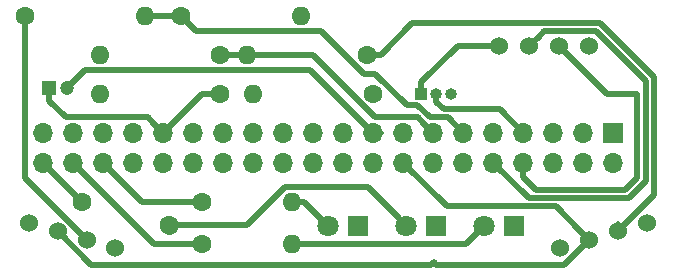
<source format=gbr>
G04 #@! TF.GenerationSoftware,KiCad,Pcbnew,(5.0.2)-1*
G04 #@! TF.CreationDate,2021-01-03T19:43:25+01:00*
G04 #@! TF.ProjectId,Radmesser,5261646d-6573-4736-9572-2e6b69636164,rev?*
G04 #@! TF.SameCoordinates,Original*
G04 #@! TF.FileFunction,Copper,L1,Top*
G04 #@! TF.FilePolarity,Positive*
%FSLAX46Y46*%
G04 Gerber Fmt 4.6, Leading zero omitted, Abs format (unit mm)*
G04 Created by KiCad (PCBNEW (5.0.2)-1) date 03.01.2021 19:43:25*
%MOMM*%
%LPD*%
G01*
G04 APERTURE LIST*
G04 #@! TA.AperFunction,ComponentPad*
%ADD10C,1.600000*%
G04 #@! TD*
G04 #@! TA.AperFunction,Conductor*
%ADD11C,1.600000*%
G04 #@! TD*
G04 #@! TA.AperFunction,ComponentPad*
%ADD12C,1.530000*%
G04 #@! TD*
G04 #@! TA.AperFunction,ComponentPad*
%ADD13R,1.800000X1.800000*%
G04 #@! TD*
G04 #@! TA.AperFunction,ComponentPad*
%ADD14C,1.800000*%
G04 #@! TD*
G04 #@! TA.AperFunction,ComponentPad*
%ADD15O,1.700000X1.700000*%
G04 #@! TD*
G04 #@! TA.AperFunction,ComponentPad*
%ADD16R,1.700000X1.700000*%
G04 #@! TD*
G04 #@! TA.AperFunction,ComponentPad*
%ADD17O,1.000000X1.000000*%
G04 #@! TD*
G04 #@! TA.AperFunction,ComponentPad*
%ADD18R,1.000000X1.000000*%
G04 #@! TD*
G04 #@! TA.AperFunction,ComponentPad*
%ADD19C,1.200000*%
G04 #@! TD*
G04 #@! TA.AperFunction,ComponentPad*
%ADD20R,1.200000X1.200000*%
G04 #@! TD*
G04 #@! TA.AperFunction,ComponentPad*
%ADD21O,1.600000X1.600000*%
G04 #@! TD*
G04 #@! TA.AperFunction,Conductor*
%ADD22C,0.500000*%
G04 #@! TD*
G04 APERTURE END LIST*
D10*
G04 #@! TO.P,R6,1*
G04 #@! TO.N,Net-(J1-Pad40)*
X149606000Y-97790000D03*
G04 #@! TO.P,R6,2*
G04 #@! TO.N,Net-(Dgrun1-Pad2)*
X156966355Y-99762201D03*
D11*
G04 #@! TD*
G04 #@! TO.N,Net-(Dgrun1-Pad2)*
G04 #@! TO.C,R6*
X156966355Y-99762201D02*
X156966355Y-99762201D01*
D12*
G04 #@! TO.P,Uvorne1,2*
G04 #@! TO.N,Net-(J1-Pad16)*
X147509198Y-100299941D03*
G04 #@! TO.P,Uvorne1,3*
G04 #@! TO.N,Net-(R4-Pad1)*
X149950802Y-101000059D03*
G04 #@! TO.P,Uvorne1,4*
G04 #@! TO.N,GND*
X152392407Y-101700179D03*
G04 #@! TO.P,Uvorne1,1*
G04 #@! TO.N,Net-(J1-Pad2)*
X145067593Y-99599821D03*
G04 #@! TD*
G04 #@! TO.P,Uhinten2,1*
G04 #@! TO.N,Net-(J1-Pad2)*
X190067593Y-101700180D03*
G04 #@! TO.P,Uhinten2,4*
G04 #@! TO.N,GND*
X197392407Y-99599820D03*
G04 #@! TO.P,Uhinten2,3*
G04 #@! TO.N,Net-(R2-Pad1)*
X194950802Y-100299941D03*
G04 #@! TO.P,Uhinten2,2*
G04 #@! TO.N,Net-(J1-Pad16)*
X192509198Y-101000059D03*
G04 #@! TD*
D13*
G04 #@! TO.P,Drot2,1*
G04 #@! TO.N,GND*
X186182000Y-99822000D03*
D14*
G04 #@! TO.P,Drot2,2*
G04 #@! TO.N,Net-(Drot2-Pad2)*
X183642000Y-99822000D03*
G04 #@! TD*
G04 #@! TO.P,Dgrun1,2*
G04 #@! TO.N,Net-(Dgrun1-Pad2)*
X177038000Y-99822000D03*
D13*
G04 #@! TO.P,Dgrun1,1*
G04 #@! TO.N,GND*
X179578000Y-99822000D03*
G04 #@! TD*
D12*
G04 #@! TO.P,GPS1,2*
G04 #@! TO.N,Net-(GPS1-Pad2)*
X189992000Y-84582000D03*
G04 #@! TO.P,GPS1,3*
G04 #@! TO.N,Net-(GPS1-Pad3)*
X187452000Y-84582000D03*
G04 #@! TO.P,GPS1,4*
G04 #@! TO.N,GND*
X184912000Y-84582000D03*
G04 #@! TO.P,GPS1,1*
G04 #@! TO.N,Net-(GPS1-Pad1)*
X192532000Y-84582000D03*
G04 #@! TD*
D15*
G04 #@! TO.P,J1,40*
G04 #@! TO.N,Net-(J1-Pad40)*
X146304000Y-94488000D03*
G04 #@! TO.P,J1,39*
G04 #@! TO.N,GND*
X146304000Y-91948000D03*
G04 #@! TO.P,J1,38*
G04 #@! TO.N,Net-(J1-Pad38)*
X148844000Y-94488000D03*
G04 #@! TO.P,J1,37*
G04 #@! TO.N,Net-(J1-Pad37)*
X148844000Y-91948000D03*
G04 #@! TO.P,J1,36*
G04 #@! TO.N,Net-(J1-Pad36)*
X151384000Y-94488000D03*
G04 #@! TO.P,J1,35*
G04 #@! TO.N,Net-(J1-Pad35)*
X151384000Y-91948000D03*
G04 #@! TO.P,J1,34*
G04 #@! TO.N,GND*
X153924000Y-94488000D03*
G04 #@! TO.P,J1,33*
G04 #@! TO.N,Net-(J1-Pad33)*
X153924000Y-91948000D03*
G04 #@! TO.P,J1,32*
G04 #@! TO.N,Net-(J1-Pad32)*
X156464000Y-94488000D03*
G04 #@! TO.P,J1,31*
G04 #@! TO.N,Net-(J1-Pad31)*
X156464000Y-91948000D03*
G04 #@! TO.P,J1,30*
G04 #@! TO.N,Net-(J1-Pad30)*
X159004000Y-94488000D03*
G04 #@! TO.P,J1,29*
G04 #@! TO.N,Net-(J1-Pad29)*
X159004000Y-91948000D03*
G04 #@! TO.P,J1,28*
G04 #@! TO.N,Net-(J1-Pad28)*
X161544000Y-94488000D03*
G04 #@! TO.P,J1,27*
G04 #@! TO.N,Net-(J1-Pad27)*
X161544000Y-91948000D03*
G04 #@! TO.P,J1,26*
G04 #@! TO.N,Net-(J1-Pad26)*
X164084000Y-94488000D03*
G04 #@! TO.P,J1,25*
G04 #@! TO.N,Net-(J1-Pad25)*
X164084000Y-91948000D03*
G04 #@! TO.P,J1,24*
G04 #@! TO.N,Net-(J1-Pad24)*
X166624000Y-94488000D03*
G04 #@! TO.P,J1,23*
G04 #@! TO.N,Net-(J1-Pad23)*
X166624000Y-91948000D03*
G04 #@! TO.P,J1,22*
G04 #@! TO.N,Net-(J1-Pad22)*
X169164000Y-94488000D03*
G04 #@! TO.P,J1,21*
G04 #@! TO.N,Net-(J1-Pad21)*
X169164000Y-91948000D03*
G04 #@! TO.P,J1,20*
G04 #@! TO.N,Net-(J1-Pad20)*
X171704000Y-94488000D03*
G04 #@! TO.P,J1,19*
G04 #@! TO.N,Net-(J1-Pad19)*
X171704000Y-91948000D03*
G04 #@! TO.P,J1,18*
G04 #@! TO.N,Net-(J1-Pad18)*
X174244000Y-94488000D03*
G04 #@! TO.P,J1,17*
G04 #@! TO.N,Net-(J1-Pad17)*
X174244000Y-91948000D03*
G04 #@! TO.P,J1,16*
G04 #@! TO.N,Net-(J1-Pad16)*
X176784000Y-94488000D03*
G04 #@! TO.P,J1,15*
G04 #@! TO.N,Net-(J1-Pad15)*
X176784000Y-91948000D03*
G04 #@! TO.P,J1,14*
G04 #@! TO.N,Net-(J1-Pad14)*
X179324000Y-94488000D03*
G04 #@! TO.P,J1,13*
G04 #@! TO.N,Net-(J1-Pad13)*
X179324000Y-91948000D03*
G04 #@! TO.P,J1,12*
G04 #@! TO.N,Net-(J1-Pad12)*
X181864000Y-94488000D03*
G04 #@! TO.P,J1,11*
G04 #@! TO.N,Net-(J1-Pad11)*
X181864000Y-91948000D03*
G04 #@! TO.P,J1,10*
G04 #@! TO.N,Net-(GPS1-Pad3)*
X184404000Y-94488000D03*
G04 #@! TO.P,J1,9*
G04 #@! TO.N,Net-(J1-Pad9)*
X184404000Y-91948000D03*
G04 #@! TO.P,J1,8*
G04 #@! TO.N,Net-(GPS1-Pad2)*
X186944000Y-94488000D03*
G04 #@! TO.P,J1,7*
G04 #@! TO.N,Net-(J1-Pad7)*
X186944000Y-91948000D03*
G04 #@! TO.P,J1,6*
G04 #@! TO.N,GND*
X189484000Y-94488000D03*
G04 #@! TO.P,J1,5*
G04 #@! TO.N,Net-(J1-Pad5)*
X189484000Y-91948000D03*
G04 #@! TO.P,J1,4*
G04 #@! TO.N,Net-(J1-Pad4)*
X192024000Y-94488000D03*
G04 #@! TO.P,J1,3*
G04 #@! TO.N,Net-(J1-Pad3)*
X192024000Y-91948000D03*
G04 #@! TO.P,J1,2*
G04 #@! TO.N,Net-(J1-Pad2)*
X194564000Y-94488000D03*
D16*
G04 #@! TO.P,J1,1*
G04 #@! TO.N,Net-(GPS1-Pad1)*
X194564000Y-91948000D03*
G04 #@! TD*
D17*
G04 #@! TO.P,U3,3*
G04 #@! TO.N,Net-(GPS1-Pad1)*
X180848000Y-88646000D03*
G04 #@! TO.P,U3,2*
G04 #@! TO.N,Net-(J1-Pad7)*
X179578000Y-88646000D03*
D18*
G04 #@! TO.P,U3,1*
G04 #@! TO.N,GND*
X178308000Y-88646000D03*
G04 #@! TD*
D19*
G04 #@! TO.P,SW1,2*
G04 #@! TO.N,Net-(J1-Pad17)*
X148312000Y-88138000D03*
D20*
G04 #@! TO.P,SW1,1*
G04 #@! TO.N,Net-(J1-Pad31)*
X146812000Y-88138000D03*
G04 #@! TD*
D21*
G04 #@! TO.P,R1,2*
G04 #@! TO.N,GND*
X151130000Y-85344000D03*
D10*
G04 #@! TO.P,R1,1*
G04 #@! TO.N,Net-(J1-Pad13)*
X161290000Y-85344000D03*
G04 #@! TD*
G04 #@! TO.P,R2,1*
G04 #@! TO.N,Net-(R2-Pad1)*
X173736000Y-85344000D03*
D21*
G04 #@! TO.P,R2,2*
G04 #@! TO.N,Net-(J1-Pad13)*
X163576000Y-85344000D03*
G04 #@! TD*
G04 #@! TO.P,R3,2*
G04 #@! TO.N,GND*
X168148000Y-82042000D03*
D10*
G04 #@! TO.P,R3,1*
G04 #@! TO.N,Net-(J1-Pad11)*
X157988000Y-82042000D03*
G04 #@! TD*
G04 #@! TO.P,R4,1*
G04 #@! TO.N,Net-(R4-Pad1)*
X144780000Y-82042000D03*
D21*
G04 #@! TO.P,R4,2*
G04 #@! TO.N,Net-(J1-Pad11)*
X154940000Y-82042000D03*
G04 #@! TD*
G04 #@! TO.P,R7,2*
G04 #@! TO.N,Net-(J1-Pad7)*
X164084000Y-88646000D03*
D10*
G04 #@! TO.P,R7,1*
G04 #@! TO.N,Net-(GPS1-Pad1)*
X174244000Y-88646000D03*
G04 #@! TD*
G04 #@! TO.P,R8,1*
G04 #@! TO.N,Net-(J1-Pad31)*
X161290000Y-88646000D03*
D21*
G04 #@! TO.P,R8,2*
G04 #@! TO.N,GND*
X151130000Y-88646000D03*
G04 #@! TD*
D14*
G04 #@! TO.P,Dgelb3,2*
G04 #@! TO.N,Net-(Dgelb3-Pad2)*
X170434000Y-99822000D03*
D13*
G04 #@! TO.P,Dgelb3,1*
G04 #@! TO.N,GND*
X172974000Y-99822000D03*
G04 #@! TD*
D21*
G04 #@! TO.P,R5,2*
G04 #@! TO.N,Net-(Drot2-Pad2)*
X167386000Y-101346000D03*
D10*
G04 #@! TO.P,R5,1*
G04 #@! TO.N,Net-(J1-Pad38)*
X159766000Y-101346000D03*
G04 #@! TD*
D21*
G04 #@! TO.P,R9,2*
G04 #@! TO.N,Net-(Dgelb3-Pad2)*
X167386000Y-97790000D03*
D10*
G04 #@! TO.P,R9,1*
G04 #@! TO.N,Net-(J1-Pad36)*
X159766000Y-97790000D03*
G04 #@! TD*
D22*
G04 #@! TO.N,Net-(Dgrun1-Pad2)*
X176138001Y-98922001D02*
X177038000Y-99822000D01*
X173755999Y-96539999D02*
X176138001Y-98922001D01*
X166785999Y-96539999D02*
X173755999Y-96539999D01*
X163563797Y-99762201D02*
X166785999Y-96539999D01*
X156966355Y-99762201D02*
X163563797Y-99762201D01*
G04 #@! TO.N,Net-(Drot2-Pad2)*
X182118000Y-101346000D02*
X183642000Y-99822000D01*
X167386000Y-101346000D02*
X170434000Y-101346000D01*
X169959998Y-101346000D02*
X170434000Y-101346000D01*
X170434000Y-101346000D02*
X182118000Y-101346000D01*
G04 #@! TO.N,Net-(GPS1-Pad2)*
X186944000Y-95690081D02*
X188027919Y-96774000D01*
X186944000Y-94488000D02*
X186944000Y-95690081D01*
X188027919Y-96774000D02*
X195580000Y-96774000D01*
X195580000Y-96774000D02*
X196596000Y-95758000D01*
X196596000Y-95758000D02*
X196596000Y-88646000D01*
X194056000Y-88646000D02*
X189992000Y-84582000D01*
X196596000Y-88646000D02*
X194056000Y-88646000D01*
G04 #@! TO.N,GND*
X181372000Y-84582000D02*
X184912000Y-84582000D01*
X178308000Y-87646000D02*
X181372000Y-84582000D01*
X178308000Y-88646000D02*
X178308000Y-87646000D01*
G04 #@! TO.N,Net-(J1-Pad36)*
X154686000Y-97790000D02*
X159766000Y-97790000D01*
X151384000Y-94488000D02*
X154686000Y-97790000D01*
G04 #@! TO.N,Net-(J1-Pad16)*
X191744199Y-101765058D02*
X192509198Y-101000059D01*
X190405256Y-103104001D02*
X191744199Y-101765058D01*
X179558001Y-103104001D02*
X190405256Y-103104001D01*
X179343999Y-102889999D02*
X179558001Y-103104001D01*
X179129997Y-103104001D02*
X179343999Y-102889999D01*
X150313258Y-103104001D02*
X179129997Y-103104001D01*
X147509198Y-100299941D02*
X150313258Y-103104001D01*
X191744199Y-100235060D02*
X192509198Y-101000059D01*
X189683157Y-98174018D02*
X191744199Y-100235060D01*
X180470018Y-98174018D02*
X189683157Y-98174018D01*
X176784000Y-94488000D02*
X180470018Y-98174018D01*
G04 #@! TO.N,Net-(J1-Pad13)*
X161290000Y-85344000D02*
X163576000Y-85344000D01*
X178474001Y-91098001D02*
X179324000Y-91948000D01*
X178023999Y-90647999D02*
X178474001Y-91098001D01*
X174395997Y-90647999D02*
X178023999Y-90647999D01*
X169091998Y-85344000D02*
X174395997Y-90647999D01*
X163576000Y-85344000D02*
X169091998Y-85344000D01*
G04 #@! TO.N,Net-(J1-Pad11)*
X154940000Y-82042000D02*
X157988000Y-82042000D01*
X159238001Y-83292001D02*
X169833999Y-83292001D01*
X157988000Y-82042000D02*
X159238001Y-83292001D01*
X180563999Y-90647999D02*
X179013961Y-90647999D01*
X181864000Y-91948000D02*
X180563999Y-90647999D01*
X174388004Y-86940002D02*
X173482000Y-86940002D01*
X177044003Y-89596001D02*
X174388004Y-86940002D01*
X177961963Y-89596001D02*
X177044003Y-89596001D01*
X179013961Y-90647999D02*
X177961963Y-89596001D01*
X169833999Y-83292001D02*
X173482000Y-86940002D01*
G04 #@! TO.N,Net-(J1-Pad7)*
X184943989Y-89947989D02*
X186944000Y-91948000D01*
X180172883Y-89947989D02*
X184943989Y-89947989D01*
X179578000Y-89353106D02*
X180172883Y-89947989D01*
X179578000Y-88646000D02*
X179578000Y-89353106D01*
G04 #@! TO.N,Net-(R2-Pad1)*
X194950802Y-99700802D02*
X194950802Y-100299941D01*
X197996020Y-97254723D02*
X195715801Y-99534942D01*
X197996020Y-87257855D02*
X197996020Y-97254723D01*
X195715801Y-99534942D02*
X194950802Y-100299941D01*
X177544381Y-82666989D02*
X193405154Y-82666989D01*
X174867370Y-85344000D02*
X177544381Y-82666989D01*
X193405154Y-82666989D02*
X197996020Y-87257855D01*
X173736000Y-85344000D02*
X174867370Y-85344000D01*
G04 #@! TO.N,Net-(R4-Pad1)*
X144780000Y-83173370D02*
X144780000Y-82042000D01*
X144708743Y-83244627D02*
X144780000Y-83173370D01*
X149950802Y-101000059D02*
X144708743Y-95758000D01*
X144708743Y-95758000D02*
X144708743Y-83244627D01*
G04 #@! TO.N,Net-(GPS1-Pad3)*
X188216999Y-83817001D02*
X187452000Y-84582000D01*
X188667001Y-83366999D02*
X188216999Y-83817001D01*
X193115201Y-83366999D02*
X188667001Y-83366999D01*
X197296010Y-87547808D02*
X193115201Y-83366999D01*
X197296010Y-96047953D02*
X197296010Y-87547808D01*
X195869953Y-97474010D02*
X197296010Y-96047953D01*
X187390010Y-97474010D02*
X195869953Y-97474010D01*
X184404000Y-94488000D02*
X187390010Y-97474010D01*
G04 #@! TO.N,Net-(J1-Pad17)*
X174244000Y-91948000D02*
X174859998Y-91948000D01*
X149855999Y-86594001D02*
X148312000Y-88138000D01*
X174244000Y-91948000D02*
X168890001Y-86594001D01*
X168890001Y-86594001D02*
X149855999Y-86594001D01*
G04 #@! TO.N,Net-(Dgelb3-Pad2)*
X168402000Y-97790000D02*
X170434000Y-99822000D01*
X167386000Y-97790000D02*
X168402000Y-97790000D01*
G04 #@! TO.N,Net-(J1-Pad31)*
X155614001Y-91098001D02*
X156464000Y-91948000D01*
X155163999Y-90647999D02*
X155614001Y-91098001D01*
X148221999Y-90647999D02*
X155163999Y-90647999D01*
X146812000Y-89238000D02*
X148221999Y-90647999D01*
X146812000Y-88138000D02*
X146812000Y-89238000D01*
X159766000Y-88646000D02*
X161290000Y-88646000D01*
X156464000Y-91948000D02*
X159766000Y-88646000D01*
G04 #@! TO.N,Net-(J1-Pad40)*
X146304000Y-94488000D02*
X149606000Y-97790000D01*
G04 #@! TO.N,Net-(J1-Pad38)*
X155702000Y-101346000D02*
X159766000Y-101346000D01*
X148844000Y-94488000D02*
X155702000Y-101346000D01*
G04 #@! TD*
M02*

</source>
